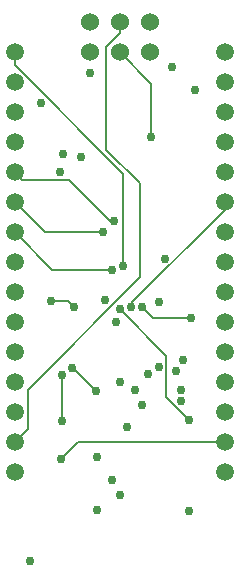
<source format=gbr>
G04 EAGLE Gerber RS-274X export*
G75*
%MOMM*%
%FSLAX34Y34*%
%LPD*%
%INCopper Layer 2*%
%IPPOS*%
%AMOC8*
5,1,8,0,0,1.08239X$1,22.5*%
G01*
%ADD10C,1.524000*%
%ADD11C,1.508000*%
%ADD12C,0.756400*%
%ADD13C,0.203200*%


D10*
X76200Y444500D03*
X101600Y444500D03*
X127000Y444500D03*
X76200Y469900D03*
X101600Y469900D03*
X127000Y469900D03*
D11*
X190500Y444500D03*
X190500Y419100D03*
X190500Y393700D03*
X190500Y368300D03*
X190500Y342900D03*
X190500Y317500D03*
X190500Y292100D03*
X190500Y266700D03*
X190500Y241300D03*
X190500Y215900D03*
X190500Y190500D03*
X190500Y165100D03*
X190500Y139700D03*
X190500Y114300D03*
X190500Y88900D03*
X12700Y88900D03*
X12700Y114300D03*
X12700Y139700D03*
X12700Y165100D03*
X12700Y190500D03*
X12700Y215900D03*
X12700Y241300D03*
X12700Y266700D03*
X12700Y292100D03*
X12700Y317500D03*
X12700Y342900D03*
X12700Y368300D03*
X12700Y393700D03*
X12700Y419100D03*
X12700Y444500D03*
D12*
X25400Y13942D03*
X50800Y342900D03*
X82550Y101600D03*
X107950Y127000D03*
X146050Y431800D03*
X134938Y233363D03*
X98425Y215900D03*
X160020Y55880D03*
X52550Y132080D03*
D13*
X52550Y171930D01*
X53340Y172720D01*
X53340Y171399D01*
X52749Y170808D01*
D12*
X52749Y170808D03*
X68580Y355600D03*
X81280Y157480D03*
D13*
X60960Y177800D01*
X60960Y176996D01*
D12*
X60960Y176996D03*
X63020Y228443D03*
D13*
X57783Y233680D01*
X43347Y233680D02*
X43264Y233764D01*
D12*
X43264Y233764D03*
X53340Y358140D03*
D13*
X57783Y233680D02*
X43347Y233680D01*
X66675Y114300D02*
X190500Y114300D01*
X66675Y114300D02*
X52388Y100013D01*
D12*
X52388Y100013D03*
X101600Y165100D03*
X139700Y269335D03*
X165100Y412270D03*
D13*
X161925Y219075D02*
X130175Y219075D01*
X120650Y228600D01*
D12*
X161925Y219075D03*
X120650Y228600D03*
X34925Y401638D03*
D13*
X141288Y152400D02*
X160338Y133350D01*
X141288Y152400D02*
X141288Y187325D01*
X101600Y227013D01*
X12700Y433388D02*
X12700Y444500D01*
X12700Y433388D02*
X104775Y341313D01*
X104775Y263525D01*
D12*
X160338Y133350D03*
X101600Y227013D03*
X104775Y263525D03*
X114300Y158750D03*
X153988Y158750D03*
X120650Y146050D03*
X125869Y171664D03*
X88900Y234950D03*
X76200Y426600D03*
X95250Y82550D03*
X102080Y69850D03*
X153988Y149225D03*
X134938Y177800D03*
X155575Y184150D03*
D13*
X111125Y228600D02*
X111125Y231775D01*
X190500Y311150D01*
X190500Y317500D01*
D12*
X111125Y228600D03*
D13*
X87313Y292100D02*
X38100Y292100D01*
X12700Y317500D01*
D12*
X87313Y292100D03*
D13*
X95250Y260350D02*
X44450Y260350D01*
X12700Y292100D01*
D12*
X95250Y260350D03*
X82550Y57150D03*
D13*
X101600Y460375D02*
X101600Y469900D01*
X101600Y460375D02*
X90488Y449263D01*
X90488Y361950D01*
X119063Y333375D01*
X119063Y254000D01*
X23813Y158750D01*
X23813Y125413D01*
X12700Y114300D01*
X128588Y373063D02*
X128588Y417513D01*
X101600Y444500D01*
D12*
X128588Y373063D03*
D13*
X96838Y301625D02*
X93663Y301625D01*
X58738Y336550D01*
X19050Y336550D01*
X12700Y342900D01*
D12*
X96838Y301625D03*
X149119Y174519D03*
M02*

</source>
